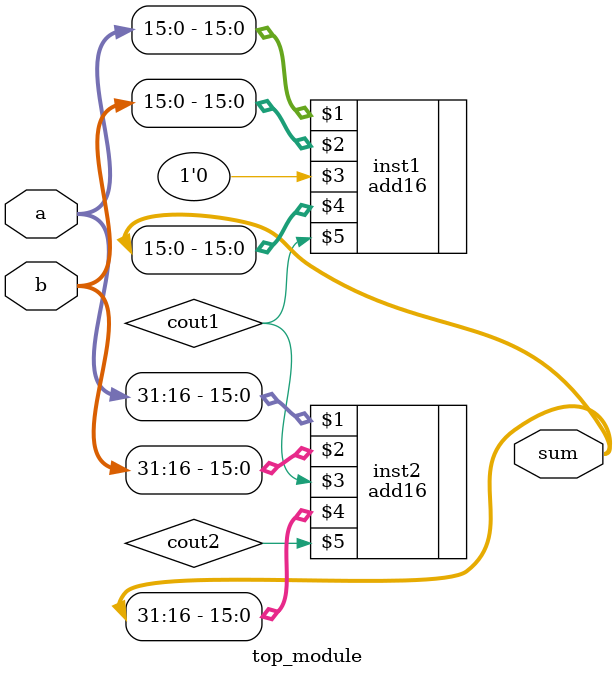
<source format=v>
module top_module(
    input [31:0] a,
    input [31:0] b,
    output [31:0] sum
);
    wire cout1, cout2;
    add16 inst1(a[15:0], b[15:0], 1'b0, sum[15:0], cout1);
    add16 inst2(a[31:16], b[31:16], cout1, sum[31:16],cout2 );

endmodule
</source>
